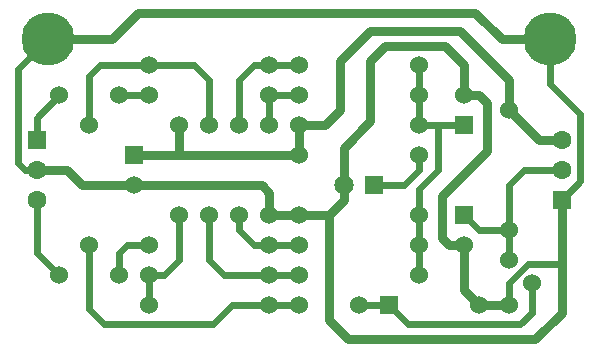
<source format=gbl>
G04 EasyPC Gerber Version 22.0.3 Build 4723 *
%FSLAX35Y35*%
%MOIN*%
%ADD83R,0.06000X0.06000*%
%ADD14R,0.06000X0.06000*%
%ADD107R,0.06102X0.06102*%
%ADD25C,0.02362*%
%ADD26C,0.03150*%
%ADD12C,0.06000*%
%ADD15C,0.06299*%
%ADD16C,0.06500*%
%ADD142C,0.17717*%
X0Y0D02*
D02*
D12*
X17900Y26650D03*
Y86650D03*
X27900Y36650D03*
Y76650D03*
X37900Y26650D03*
Y86650D03*
X42900Y56650D03*
X47900Y16650D03*
Y26650D03*
Y36650D03*
Y86650D03*
Y96650D03*
X57900Y46650D03*
Y76650D03*
X67900Y46650D03*
Y76650D03*
X77900Y46650D03*
Y76650D03*
X87900Y16650D03*
Y26650D03*
Y36650D03*
Y46650D03*
Y76650D03*
Y86650D03*
Y96650D03*
X97900Y16650D03*
Y26650D03*
Y36650D03*
Y46650D03*
Y66650D03*
Y76650D03*
Y86650D03*
Y96650D03*
X117900Y16650D03*
X137900Y26650D03*
Y36650D03*
Y46650D03*
Y66650D03*
Y76650D03*
Y86650D03*
Y96650D03*
X152900Y36650D03*
Y86650D03*
X157900Y16650D03*
X167900D03*
Y31650D03*
Y41650D03*
Y81650D03*
X175400Y24150D03*
D02*
D14*
X122900Y56650D03*
X127900Y16650D03*
D02*
D15*
X10400Y51650D03*
Y61650D03*
X185400D03*
Y71650D03*
D02*
D16*
X112900Y56650D03*
D02*
D25*
X10400Y51650D02*
Y34150D01*
X17900Y26650*
X10400Y61650D02*
X6650D01*
X4150Y64150*
Y95400*
X14150Y105400*
X10400Y71650D02*
Y79150D01*
X17900Y86650*
X27900Y36650D02*
Y15400D01*
X32900Y10400*
X69150*
X75400Y16650*
X87900*
X27900Y76650D02*
Y92900D01*
X31650Y96650*
X47900*
X37900Y26650D02*
Y34150D01*
X40400Y36650*
X47900*
X37900Y86650D02*
X47900D01*
Y26650D02*
Y16650D01*
Y96650D02*
X62900D01*
X67900Y91650*
Y76650*
X57900Y46650D02*
Y31650D01*
X52900Y26650*
X47900*
X67900Y46650D02*
Y31650D01*
X72900Y26650*
X87900*
X77900Y76650D02*
Y91650D01*
X82900Y96650*
X87900*
Y26650D02*
X97900D01*
X87900Y36650D02*
X82900D01*
X77900Y41650*
Y46650*
X87900Y76650D02*
Y86650D01*
X97900*
Y16650D02*
X87900D01*
X97900Y36650D02*
X87900D01*
X97900Y96650D02*
X87900D01*
X127900Y16650D02*
X117900D01*
X137900Y26650D02*
Y36650D01*
Y46650D02*
Y36650D01*
Y66650D02*
Y61650D01*
X132900Y56650*
X122900*
X137900Y76650D02*
X144150D01*
Y75972*
X137900Y86650D02*
Y76650D01*
Y96650D02*
Y86650D01*
X144150Y75972D02*
Y61650D01*
X137900Y55400*
Y46650*
X152900D02*
X157900Y41650D01*
X167900*
X152900Y76650D02*
X144828D01*
X144150Y75972*
X167900Y16650D02*
Y24150D01*
X174150Y30400*
X185400*
X167900Y41650D02*
Y31650D01*
X175400Y24150D02*
Y14150D01*
X171650Y10400*
X134150*
X127900Y16650*
X185400Y51650D02*
X191650Y57900D01*
Y80400*
X181650Y90400*
Y105400*
X185400Y61650D02*
X172900D01*
X167900Y56650*
Y41650*
D02*
D26*
X10400Y61650D02*
X20400D01*
X25400Y56650*
X42900*
X85400*
X87900Y54150*
Y46650*
X42900Y66650D02*
X57900D01*
Y76650*
X97900Y46650D02*
X107900D01*
X97900D02*
X87900D01*
X97900Y66650D02*
X57900D01*
X97900Y76650D02*
Y66650D01*
X107900Y46650D02*
X112900Y51650D01*
Y56650*
Y69150*
X121650Y77900*
Y97900*
X126650Y102900*
X146650*
X152900Y96650*
Y86650*
Y36650D02*
X147900D01*
X145400Y39150*
Y52900*
X160400Y67900*
Y84150*
X157900Y86650*
X152900*
Y36650D02*
Y21650D01*
X157900Y16650*
X167900D02*
X157900D01*
X167900Y81650D02*
Y91650D01*
X151650Y107900*
X121650*
X111650Y97900*
Y81650*
X106650Y76650*
X97900*
X181650Y105400D02*
X165400D01*
X156650Y114150*
X44150*
X35400Y105400*
X14150*
X185400Y30400D02*
Y14150D01*
X176650Y5400*
X114150*
X107900Y11650*
Y46650*
X185400Y51650D02*
Y30400D01*
Y71650D02*
X177900D01*
X167900Y81650*
D02*
D83*
X42900Y66650D03*
X152900Y46650D03*
Y76650D03*
D02*
D107*
X10400Y71650D03*
X185400Y51650D03*
D02*
D142*
X14150Y105400D03*
X181650D03*
X0Y0D02*
M02*

</source>
